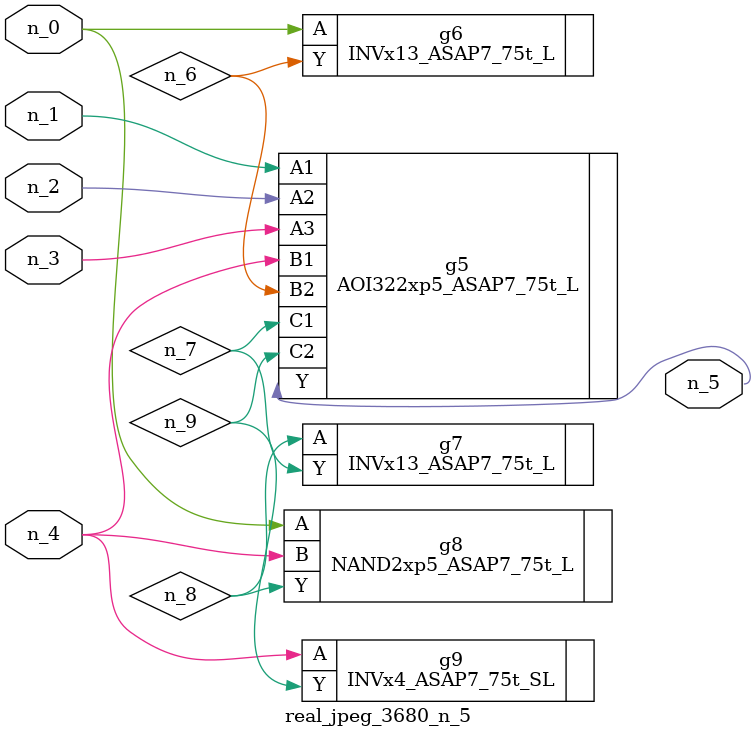
<source format=v>
module real_jpeg_3680_n_5 (n_4, n_0, n_1, n_2, n_3, n_5);

input n_4;
input n_0;
input n_1;
input n_2;
input n_3;

output n_5;

wire n_8;
wire n_6;
wire n_7;
wire n_9;

INVx13_ASAP7_75t_L g6 ( 
.A(n_0),
.Y(n_6)
);

NAND2xp5_ASAP7_75t_L g8 ( 
.A(n_0),
.B(n_4),
.Y(n_8)
);

AOI322xp5_ASAP7_75t_L g5 ( 
.A1(n_1),
.A2(n_2),
.A3(n_3),
.B1(n_4),
.B2(n_6),
.C1(n_7),
.C2(n_9),
.Y(n_5)
);

INVx4_ASAP7_75t_SL g9 ( 
.A(n_4),
.Y(n_9)
);

INVx13_ASAP7_75t_L g7 ( 
.A(n_8),
.Y(n_7)
);


endmodule
</source>
